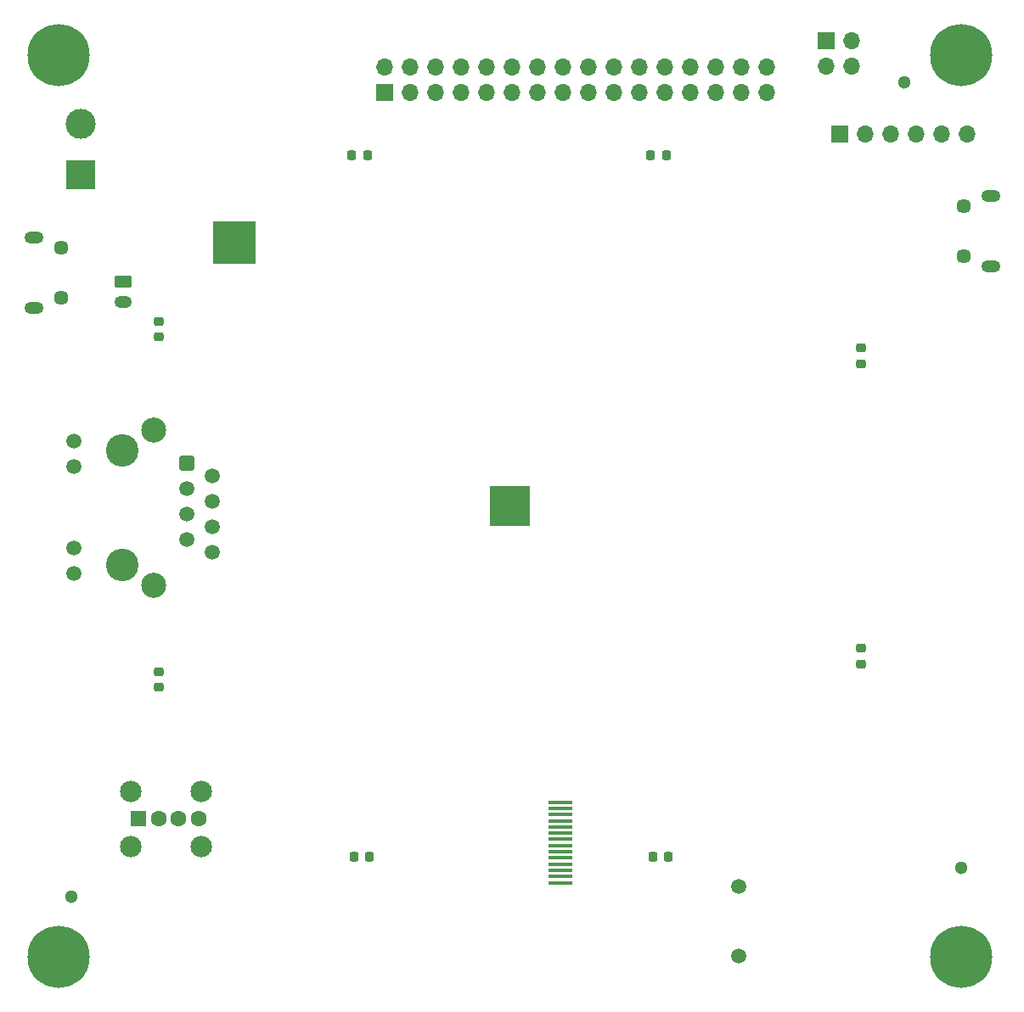
<source format=gbs>
G04 #@! TF.GenerationSoftware,KiCad,Pcbnew,(6.0.8)*
G04 #@! TF.CreationDate,2024-01-04T13:57:02-05:00*
G04 #@! TF.ProjectId,lb_mp1,6c625f6d-7031-42e6-9b69-6361645f7063,rev?*
G04 #@! TF.SameCoordinates,Original*
G04 #@! TF.FileFunction,Soldermask,Bot*
G04 #@! TF.FilePolarity,Negative*
%FSLAX46Y46*%
G04 Gerber Fmt 4.6, Leading zero omitted, Abs format (unit mm)*
G04 Created by KiCad (PCBNEW (6.0.8)) date 2024-01-04 13:57:02*
%MOMM*%
%LPD*%
G01*
G04 APERTURE LIST*
G04 Aperture macros list*
%AMRoundRect*
0 Rectangle with rounded corners*
0 $1 Rounding radius*
0 $2 $3 $4 $5 $6 $7 $8 $9 X,Y pos of 4 corners*
0 Add a 4 corners polygon primitive as box body*
4,1,4,$2,$3,$4,$5,$6,$7,$8,$9,$2,$3,0*
0 Add four circle primitives for the rounded corners*
1,1,$1+$1,$2,$3*
1,1,$1+$1,$4,$5*
1,1,$1+$1,$6,$7*
1,1,$1+$1,$8,$9*
0 Add four rect primitives between the rounded corners*
20,1,$1+$1,$2,$3,$4,$5,0*
20,1,$1+$1,$4,$5,$6,$7,0*
20,1,$1+$1,$6,$7,$8,$9,0*
20,1,$1+$1,$8,$9,$2,$3,0*%
G04 Aperture macros list end*
%ADD10C,1.300000*%
%ADD11RoundRect,0.250000X-0.625000X0.350000X-0.625000X-0.350000X0.625000X-0.350000X0.625000X0.350000X0*%
%ADD12O,1.750000X1.200000*%
%ADD13C,1.500000*%
%ADD14R,1.600000X1.600000*%
%ADD15C,1.600000*%
%ADD16C,2.150000*%
%ADD17C,6.200000*%
%ADD18R,1.700000X1.700000*%
%ADD19O,1.700000X1.700000*%
%ADD20C,1.450000*%
%ADD21O,1.900000X1.200000*%
%ADD22C,3.250000*%
%ADD23RoundRect,0.250500X-0.499500X0.499500X-0.499500X-0.499500X0.499500X-0.499500X0.499500X0.499500X0*%
%ADD24C,2.500000*%
%ADD25C,0.711200*%
%ADD26R,3.000000X3.000000*%
%ADD27C,3.000000*%
%ADD28RoundRect,0.218750X0.256250X-0.218750X0.256250X0.218750X-0.256250X0.218750X-0.256250X-0.218750X0*%
%ADD29RoundRect,0.218750X0.218750X0.256250X-0.218750X0.256250X-0.218750X-0.256250X0.218750X-0.256250X0*%
%ADD30RoundRect,0.218750X-0.218750X-0.256250X0.218750X-0.256250X0.218750X0.256250X-0.218750X0.256250X0*%
%ADD31R,2.400000X0.320000*%
%ADD32RoundRect,0.218750X-0.256250X0.218750X-0.256250X-0.218750X0.256250X-0.218750X0.256250X0.218750X0*%
G04 APERTURE END LIST*
G36*
X124040000Y-72490000D02*
G01*
X119840000Y-72490000D01*
X119840000Y-68290000D01*
X124040000Y-68290000D01*
X124040000Y-72490000D01*
G37*
G36*
X151440000Y-98660000D02*
G01*
X147440000Y-98660000D01*
X147440000Y-94660000D01*
X151440000Y-94660000D01*
X151440000Y-98660000D01*
G37*
D10*
X194400000Y-132777000D03*
X105650000Y-135677000D03*
X188770000Y-54397000D03*
D11*
X110850000Y-74300000D03*
D12*
X110850000Y-76300000D03*
D13*
X172230000Y-141615000D03*
X172230000Y-134615000D03*
D14*
X112390000Y-127900000D03*
D15*
X114390000Y-127900000D03*
X116390000Y-127900000D03*
X118390000Y-127900000D03*
D16*
X118660000Y-125180000D03*
X118660000Y-130620000D03*
X111660000Y-125180000D03*
X111660000Y-130620000D03*
D17*
X104440000Y-51660000D03*
X194440000Y-141660000D03*
D18*
X136960000Y-55345000D03*
D19*
X136960000Y-52805000D03*
X139500000Y-55345000D03*
X139500000Y-52805000D03*
X142040000Y-55345000D03*
X142040000Y-52805000D03*
X144580000Y-55345000D03*
X144580000Y-52805000D03*
X147120000Y-55345000D03*
X147120000Y-52805000D03*
X149660000Y-55345000D03*
X149660000Y-52805000D03*
X152200000Y-55345000D03*
X152200000Y-52805000D03*
X154740000Y-55345000D03*
X154740000Y-52805000D03*
X157280000Y-55345000D03*
X157280000Y-52805000D03*
X159820000Y-55345000D03*
X159820000Y-52805000D03*
X162360000Y-55345000D03*
X162360000Y-52805000D03*
X164900000Y-55345000D03*
X164900000Y-52805000D03*
X167440000Y-55345000D03*
X167440000Y-52805000D03*
X169980000Y-55345000D03*
X169980000Y-52805000D03*
X172520000Y-55345000D03*
X172520000Y-52805000D03*
X175060000Y-55345000D03*
X175060000Y-52805000D03*
D17*
X104440000Y-141660000D03*
D18*
X182290000Y-59550000D03*
D19*
X184830000Y-59550000D03*
X187370000Y-59550000D03*
X189910000Y-59550000D03*
X192450000Y-59550000D03*
X194990000Y-59550000D03*
D20*
X104662500Y-75900000D03*
D21*
X101962500Y-76900000D03*
D20*
X104662500Y-70900000D03*
D21*
X101962500Y-69900000D03*
D22*
X110812500Y-91085000D03*
X110812500Y-102515000D03*
D23*
X117172500Y-92360000D03*
D13*
X119712500Y-93620000D03*
X117172500Y-94900000D03*
X119712500Y-96160000D03*
X117172500Y-97440000D03*
X119712500Y-98700000D03*
X117172500Y-99980000D03*
X119712500Y-101240000D03*
X105912500Y-90175000D03*
X105912500Y-92715000D03*
X105912500Y-100885000D03*
X105912500Y-103425000D03*
D24*
X113862500Y-104545000D03*
X113862500Y-89055000D03*
D21*
X197347500Y-65730000D03*
D20*
X194647500Y-66730000D03*
D21*
X197347500Y-72730000D03*
D20*
X194647500Y-71730000D03*
D25*
X123140000Y-71590000D03*
X121940000Y-71590000D03*
X120740000Y-71590000D03*
X123140000Y-70390000D03*
X121940000Y-70390000D03*
X120740000Y-70390000D03*
X123140000Y-69190000D03*
X121940000Y-69190000D03*
X120740000Y-69190000D03*
D26*
X106600000Y-63640000D03*
D27*
X106600000Y-58560000D03*
D17*
X194440000Y-51660000D03*
D18*
X180992500Y-50247500D03*
D19*
X183532500Y-50247500D03*
X180992500Y-52787500D03*
X183532500Y-52787500D03*
D25*
X150440000Y-97660000D03*
X149440000Y-97660000D03*
X148440000Y-97660000D03*
X150440000Y-96660000D03*
X149440000Y-96660000D03*
X148440000Y-96660000D03*
X150440000Y-95660000D03*
X149440000Y-95660000D03*
X148440000Y-95660000D03*
D28*
X114440000Y-79787500D03*
X114440000Y-78212500D03*
D29*
X165227500Y-131660000D03*
X163652500Y-131660000D03*
D30*
X133652500Y-61660000D03*
X135227500Y-61660000D03*
D31*
X154422500Y-134275000D03*
X154422500Y-133655000D03*
X154422500Y-133035000D03*
X154422500Y-132415000D03*
X154422500Y-131795000D03*
X154422500Y-131175000D03*
X154422500Y-130555000D03*
X154422500Y-129935000D03*
X154422500Y-129315000D03*
X154422500Y-128695000D03*
X154422500Y-128075000D03*
X154422500Y-127455000D03*
X154422500Y-126835000D03*
X154422500Y-126215000D03*
D30*
X163440000Y-61660000D03*
X165015000Y-61660000D03*
D32*
X184440000Y-80872500D03*
X184440000Y-82447500D03*
X184440000Y-110872500D03*
X184440000Y-112447500D03*
D29*
X135440000Y-131660000D03*
X133865000Y-131660000D03*
D28*
X114440000Y-114747500D03*
X114440000Y-113172500D03*
M02*

</source>
